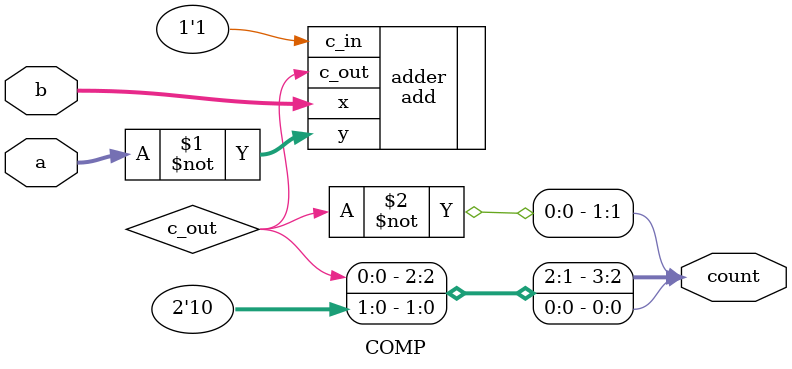
<source format=v>
module PO (
    clock, reset_,
    rfdA, rfdB,
    davA_, davB_,
    dataA, dataB,
    out,
    b2, b1, b0,
    c2, c1, c0
);
    input clock, reset_;

    input davA_, davB_;
    input [7:0] dataA, dataB;

    output rfdA, rfdB;
    reg RFD; assign rfdA = RFD; assign rfdB = RFD;

    output out;
    reg OUT; assign out = OUT;

    wire[3:0] comp_out;
    COMP comp (.a(dataA), .b(dataB), .count(comp_out));

    reg[3:0] WAIT;
    input b2, b1, b0;
    output c2, c1, c0;

    always @(reset_ == 0) #1 RFD <= 0;
    always @(posedge clock) if (reset_ == 1) #3
    casex ({b1, b0})
        2'b01: RFD <= 1;
        2'b10: RFD <= 0;
        default: RFD <= RFD;
    endcase

    always @(posedge clock) if (reset_ == 1) #3
    casex ({b1, b0})
        2'b01: WAIT <= comp_out;
        2'b10: WAIT <= WAIT - 1;
        default: WAIT <= WAIT;
    endcase

    always @(reset_ == 0) #1 OUT <= 0;
    always @(posedge clock) if (reset_ == 1) #3
    casex ({b2, b1})
        2'b01: OUT <= 1;
        2'b10: OUT <= 0;
        default: OUT <= OUT;
    endcase
    
    assign c0 = ~|{davA_, davB_};
    //assign c1 = (WAIT == 1) ? 1 : 0;
    assign c1 = WAIT[0] & ~|{WAIT[3:1]};
    assign c2 = &{davA_, davB_};
endmodule

module PC (
    clock, reset_,
    b2, b1, b0,
    c2, c1, c0
);
    input clock, reset_;

    reg[1:0] STAR;
    localparam S0 = 0, S1 = 1, S2 = 2;

    output b2, b1, b0;
    input c2, c1, c0;

    //assign b0 = (STAR == S0) ? 1 : 0;
    assign b0 = ~|{STAR};
    //assign b1 = (STAR == S1) ? 1 : 0;
    assign b1 = ~STAR[1] & STAR[0];
    //assign b2 = (STAR == S2) ? 1 : 0;
    assign b2 = STAR[1] & ~STAR[0];
    
    always @(reset_ == 0) #1 STAR <= S0;
    always @(posedge clock) if (reset_ == 1) #3
    casex (STAR)
        S0: STAR <= (c0 == 1) ? S1 : S0;
        S1: STAR <= (c1 == 1) ? S2 : S1;
        S2: STAR <= (c2 == 1) ? S0 : S2;
    endcase

    /*
    uAddr      | b2 b1 b0   |  cEff,  |  uAddrT   | uAddrF
    S0 (00)    |  0  0  1   |    0    |    S1     |   S0
    S1 (01)    |  0  1  0   |    1    |    S2     |   S1
    S2 (10)    |  1  0  0   |    2    |    S0     |   S2
    */
endmodule

module ABC (
    clock, reset_,
    rfdA, rfdB,
    davA_, davB_,
    dataA, dataB,
    out
);
    input clock, reset_;

    input davA_, davB_;
    input [7:0] dataA, dataB;

    output rfdA, rfdB;
    output out;

    wire b2, b1, b0, c2, c1, c0;

    PO po(
        .clock(clock), .reset_(reset_),
        .rfdA(rfdA), .rfdB(rfdB),
        .davA_(davA_), .davB_(davB_),
        .dataA(dataA), .dataB(dataB),
        .out(out),
        .b2(b2), .b1(b1), .b0(b0),
        .c2(c2), .c1(c1), .c0(c0)
    );

    PC pc (
        .clock(clock), .reset_(reset_),
        .b2(b2), .b1(b1), .b0(b0),
        .c2(c2), .c1(c1), .c0(c0)
    );

endmodule

module COMP (
    a, b, count
);
    input [7:0] a, b;
    output [3:0] count;
    wire c_out;
    add #(.N(8)) adder (
        .x(b), .y(~a), .c_in(1'b1), 
        .c_out(c_out)
    );

    //assign count = (c_out == 0) ? 4'b0110 : 4'b1100;
    assign count = {c_out, 1'b1, ~c_out, 1'b0};
endmodule
</source>
